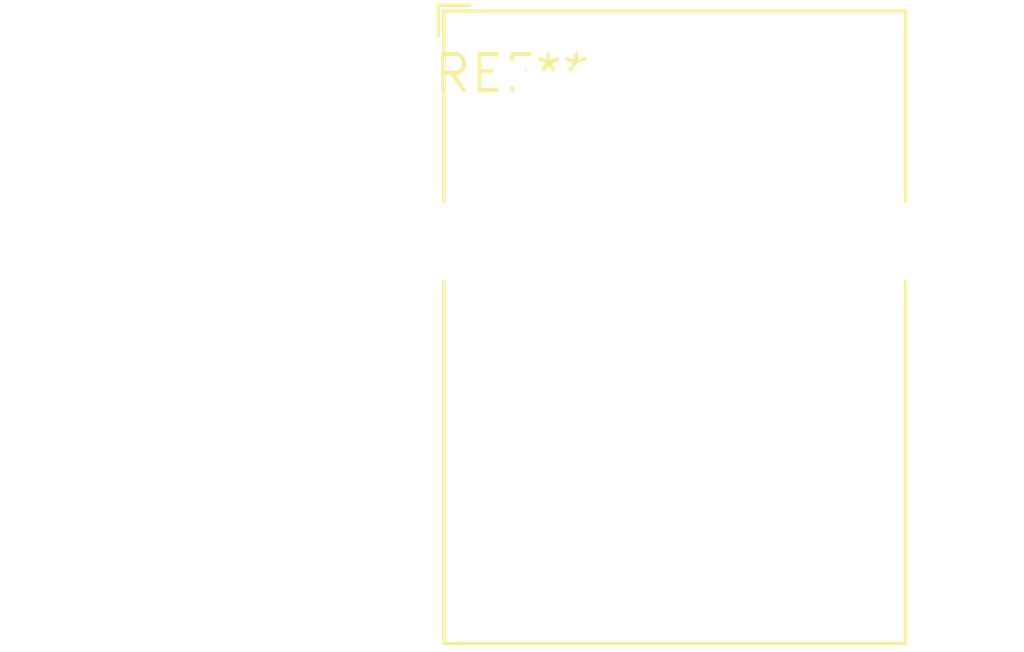
<source format=kicad_pcb>
(kicad_pcb (version 20240108) (generator pcbnew)
  (layers (0 "F.Cu" signal) (31 "B.Cu" signal) (34 "B.Paste" user) (35 "F.Paste" user) (36 "B.SilkS" user "B.Silkscreen") (37 "F.SilkS" user "F.Silkscreen") (38 "B.Mask" user) (39 "F.Mask" user) (44 "Edge.Cuts" user))
  (net 0 "")
  (footprint "RJ45_Wuerth_7499111446_Horizontal" (layer "F.Cu") (at 0 0)
    (property "Reference" "REF**")
    (property "Value" "RJ45_Wuerth_7499111446_Horizontal")
    (fp_line (start -2.6 -2.4) (end -1.485 -2.4) (layer "F.SilkS") (stroke (width 0.12)))
    (fp_line (start -2.6 -1.31) (end -2.6 -2.4) (layer "F.SilkS") (stroke (width 0.12)))
    (fp_line (start -2.4 -2.2) (end -2.4 4.49) (layer "F.SilkS") (stroke (width 0.12)))
    (fp_line (start -2.4 7.29) (end -2.4 20) (layer "F.SilkS") (stroke (width 0.12)))
    (fp_line (start 13.8 -2.2) (end -2.4 -2.2) (layer "F.SilkS") (stroke (width 0.12)))
    (fp_line (start 13.8 4.49) (end 13.8 -2.2) (layer "F.SilkS") (stroke (width 0.12)))
    (fp_line (start 13.8 20) (end -2.4 20) (layer "F.SilkS") (stroke (width 0.12)))
    (fp_line (start 13.8 20) (end 13.8 7.29) (layer "F.SilkS") (stroke (width 0.12)))
    (pad "" np_thru_hole circle (at 0 8.89 180) (size 3.25 3.25) (drill 3.25) (layers *.Cu *.Mask))
    (pad "" np_thru_hole circle (at 11.43 8.89 180) (size 3.25 3.25) (drill 3.25) (layers *.Cu *.Mask))
    (pad "1" thru_hole rect (at 0 0 180) (size 1.5 1.5) (drill 0.9) (layers *.Cu *.Mask) (remove_unused_layers))
    (pad "2" thru_hole circle (at 1.27 2.54 180) (size 1.5 1.5) (drill 0.9) (layers *.Cu *.Mask) (remove_unused_layers))
    (pad "3" thru_hole circle (at 2.54 0 180) (size 1.5 1.5) (drill 0.9) (layers *.Cu *.Mask) (remove_unused_layers))
    (pad "4" thru_hole circle (at 3.81 2.54 180) (size 1.5 1.5) (drill 0.9) (layers *.Cu *.Mask) (remove_unused_layers))
    (pad "5" thru_hole circle (at 5.08 0 180) (size 1.5 1.5) (drill 0.9) (layers *.Cu *.Mask) (remove_unused_layers))
    (pad "6" thru_hole circle (at 6.35 2.54 180) (size 1.5 1.5) (drill 0.9) (layers *.Cu *.Mask) (remove_unused_layers))
    (pad "7" thru_hole circle (at 7.62 0 180) (size 1.5 1.5) (drill 0.9) (layers *.Cu *.Mask) (remove_unused_layers))
    (pad "8" thru_hole circle (at 8.89 2.54 180) (size 1.5 1.5) (drill 0.9) (layers *.Cu *.Mask) (remove_unused_layers))
    (pad "9" thru_hole circle (at 10.16 0 180) (size 1.5 1.5) (drill 0.9) (layers *.Cu *.Mask) (remove_unused_layers))
    (pad "10" thru_hole circle (at 11.43 2.54 180) (size 1.5 1.5) (drill 0.9) (layers *.Cu *.Mask) (remove_unused_layers))
    (pad "11" thru_hole circle (at -0.915 12.97 180) (size 1.6 1.6) (drill 1.02) (layers *.Cu *.Mask) (remove_unused_layers))
    (pad "12" thru_hole circle (at 1.625 12.97 180) (size 1.6 1.6) (drill 1.02) (layers *.Cu *.Mask) (remove_unused_layers))
    (pad "13" thru_hole circle (at 9.805 12.97 180) (size 1.6 1.6) (drill 1.02) (layers *.Cu *.Mask) (remove_unused_layers))
    (pad "14" thru_hole circle (at 12.345 12.97 180) (size 1.6 1.6) (drill 1.02) (layers *.Cu *.Mask) (remove_unused_layers))
    (pad "SH" thru_hole circle (at -2.03 5.84 180) (size 2.2 2.2) (drill 1.6) (layers *.Cu *.Mask) (remove_unused_layers))
    (pad "SH" thru_hole circle (at 13.46 5.84 180) (size 2.2 2.2) (drill 1.6) (layers *.Cu *.Mask) (remove_unused_layers))
  )
)
</source>
